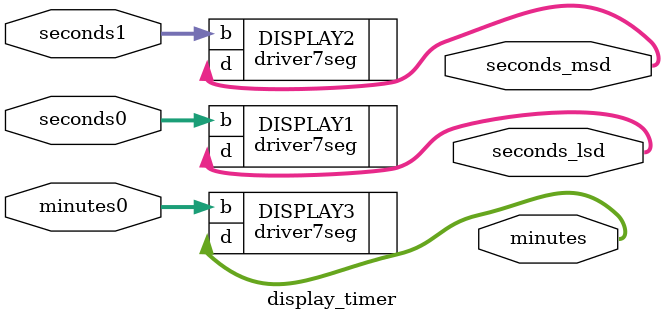
<source format=v>
module display_timer(
  input wire[3:0] seconds0,
  input wire[3:0] seconds1,
  input wire[3:0] minutes0,
  output wire[6:0] seconds_msd,
  output wire[6:0] seconds_lsd,
  output wire[6:0] minutes
);

  driver7seg DISPLAY1 (
    .b(seconds0),
    .d(seconds_lsd)
  );

  driver7seg DISPLAY2 (
    .b(seconds1),
    .d(seconds_msd)
  );

  driver7seg DISPLAY3 (
    .b(minutes0),
    .d(minutes)
  );

endmodule
</source>
